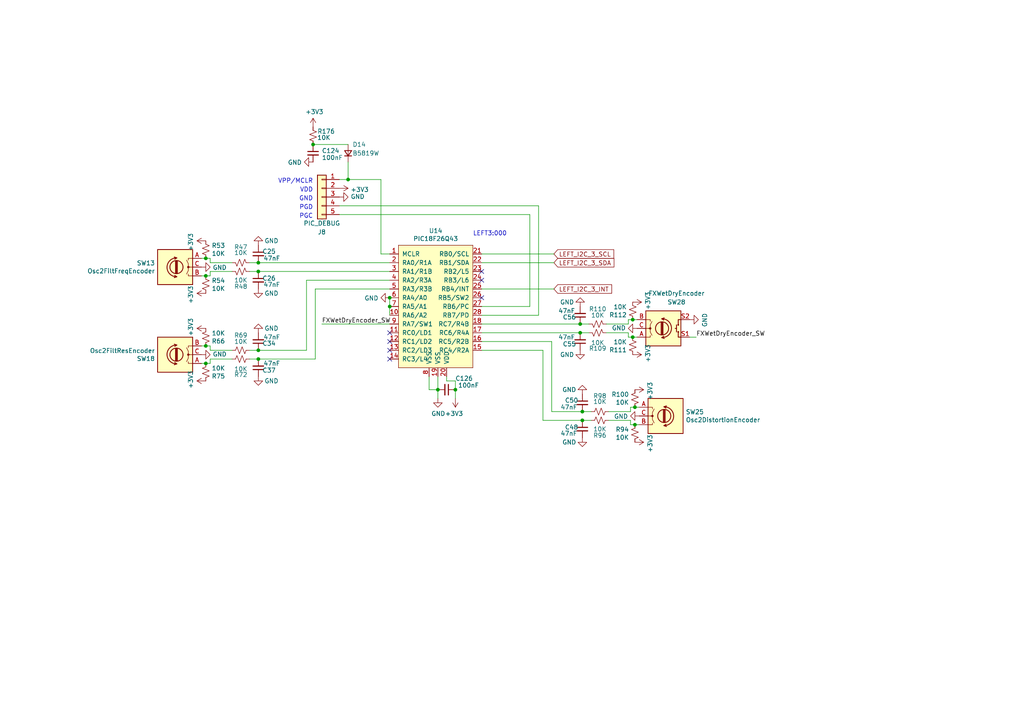
<source format=kicad_sch>
(kicad_sch (version 20210621) (generator eeschema)
  (paper "A4")
  (lib_symbols
    (symbol "Connector_Generic:Conn_01x05" (pin_names (offset 1.016) hide)
      (property "Reference" "J" (at 0 7.62 0))
      (property "Value" "Conn_01x05" (at 0 -7.62 0))
      (symbol "Conn_01x05_1_1"
        (rectangle (start -1.27 -4.953) (end 0 -5.207) (stroke (width 0.1524)))
        (rectangle (start -1.27 -2.413) (end 0 -2.667) (stroke (width 0.1524)))
        (rectangle (start -1.27 0.127) (end 0 -0.127) (stroke (width 0.1524)))
        (rectangle (start -1.27 2.667) (end 0 2.413) (stroke (width 0.1524)))
        (rectangle (start -1.27 5.207) (end 0 4.953) (stroke (width 0.1524)))
        (rectangle (start -1.27 6.35) (end 1.27 -6.35) (stroke (width 0.254)) (fill (type background)))
        (pin passive line (at -5.08 5.08 0) (length 3.81) (name "Pin_1") (number "1"))
        (pin passive line (at -5.08 2.54 0) (length 3.81) (name "Pin_2") (number "2"))
        (pin passive line (at -5.08 0 0) (length 3.81) (name "Pin_3") (number "3"))
        (pin passive line (at -5.08 -2.54 0) (length 3.81) (name "Pin_4") (number "4"))
        (pin passive line (at -5.08 -5.08 0) (length 3.81) (name "Pin_5") (number "5"))
      )
    )
    (symbol "Device:C_Small" (pin_numbers hide) (pin_names (offset 0.254) hide)
      (property "Reference" "C" (at 0.254 1.778 0))
      (property "Value" "C_Small" (at 0.254 -2.032 0))
      (symbol "C_Small_0_1"
        (polyline (pts (xy -1.524 -0.508) (xy 1.524 -0.508)) (stroke (width 0.3302)))
        (polyline (pts (xy -1.524 0.508) (xy 1.524 0.508)) (stroke (width 0.3048)))
      )
      (symbol "C_Small_1_1"
        (pin passive line (at 0 2.54 270) (length 2.032) (name "~") (number "1"))
        (pin passive line (at 0 -2.54 90) (length 2.032) (name "~") (number "2"))
      )
    )
    (symbol "Device:D_Small" (pin_numbers hide) (pin_names (offset 0.254) hide)
      (property "Reference" "D" (at -1.27 2.032 0))
      (property "Value" "D_Small" (at -3.81 -2.032 0))
      (symbol "D_Small_0_1"
        (polyline (pts (xy -0.762 -1.016) (xy -0.762 1.016)) (stroke (width 0.254)))
        (polyline (pts (xy -0.762 0) (xy 0.762 0)))
        (polyline (pts (xy 0.762 -1.016) (xy -0.762 0) (xy 0.762 1.016) (xy 0.762 -1.016)) (stroke (width 0.254)))
      )
      (symbol "D_Small_1_1"
        (pin passive line (at -2.54 0 0) (length 1.778) (name "K") (number "1"))
        (pin passive line (at 2.54 0 180) (length 1.778) (name "A") (number "2"))
      )
    )
    (symbol "Device:R_Small_US" (pin_numbers hide) (pin_names (offset 0.254) hide)
      (property "Reference" "R" (at 0.762 0.508 0))
      (property "Value" "R_Small_US" (at 0.762 -1.016 0))
      (symbol "R_Small_US_1_1"
        (polyline (pts (xy 0 0) (xy 1.016 -0.381) (xy 0 -0.762) (xy -1.016 -1.143) (xy 0 -1.524)))
        (polyline (pts (xy 0 1.524) (xy 1.016 1.143) (xy 0 0.762) (xy -1.016 0.381) (xy 0 0)))
        (pin passive line (at 0 2.54 270) (length 1.016) (name "~") (number "1"))
        (pin passive line (at 0 -2.54 90) (length 1.016) (name "~") (number "2"))
      )
    )
    (symbol "Device:RotaryEncoder" (pin_names (offset 0.254) hide)
      (property "Reference" "SW" (at 0 6.604 0))
      (property "Value" "RotaryEncoder" (at 0 -6.604 0))
      (symbol "RotaryEncoder_0_1"
        (arc (start -0.381 -2.794) (end -0.381 2.667) (radius (at -0.381 -0.0508) (length 2.7432) (angles -89.9 89.9)) (stroke (width 0.254)))
        (circle (center -0.381 0) (radius 1.905) (stroke (width 0.254)))
        (circle (center -3.81 0) (radius 0.254) (fill (type outline)))
        (rectangle (start -5.08 5.08) (end 5.08 -5.08) (stroke (width 0.254)) (fill (type background)))
        (polyline (pts (xy -0.635 -1.778) (xy -0.635 1.778)) (stroke (width 0.254)))
        (polyline (pts (xy -0.381 -1.778) (xy -0.381 1.778)) (stroke (width 0.254)))
        (polyline (pts (xy -0.127 1.778) (xy -0.127 -1.778)) (stroke (width 0.254)))
        (polyline (pts (xy -5.08 -2.54) (xy -3.81 -2.54) (xy -3.81 -2.032)))
        (polyline (pts (xy -5.08 2.54) (xy -3.81 2.54) (xy -3.81 2.032)))
        (polyline (pts (xy 0.254 -3.048) (xy -0.508 -2.794) (xy 0.127 -2.413)) (stroke (width 0.254)))
        (polyline (pts (xy 0.254 2.921) (xy -0.508 2.667) (xy 0.127 2.286)) (stroke (width 0.254)))
        (polyline (pts (xy -5.08 0) (xy -3.81 0) (xy -3.81 -1.016) (xy -3.302 -2.032)))
        (polyline (pts (xy -4.318 0) (xy -3.81 0) (xy -3.81 1.016) (xy -3.302 2.032)))
      )
      (symbol "RotaryEncoder_1_1"
        (pin passive line (at -7.62 2.54 0) (length 2.54) (name "A") (number "A"))
        (pin passive line (at -7.62 -2.54 0) (length 2.54) (name "B") (number "B"))
        (pin passive line (at -7.62 0 0) (length 2.54) (name "C") (number "C"))
      )
    )
    (symbol "Device:RotaryEncoder_Switch" (pin_names (offset 0.254) hide)
      (property "Reference" "SW" (at 0 6.604 0))
      (property "Value" "RotaryEncoder_Switch" (at 0 -6.604 0))
      (symbol "RotaryEncoder_Switch_0_1"
        (arc (start -0.381 -2.794) (end -0.381 2.667) (radius (at -0.381 -0.0508) (length 2.7432) (angles -89.9 89.9)) (stroke (width 0.254)))
        (circle (center -0.381 0) (radius 1.905) (stroke (width 0.254)))
        (circle (center 4.318 -1.016) (radius 0.127) (stroke (width 0.254)))
        (circle (center 4.318 1.016) (radius 0.127) (stroke (width 0.254)))
        (circle (center -3.81 0) (radius 0.254) (fill (type outline)))
        (rectangle (start -5.08 5.08) (end 5.08 -5.08) (stroke (width 0.254)) (fill (type background)))
        (polyline (pts (xy -0.635 -1.778) (xy -0.635 1.778)) (stroke (width 0.254)))
        (polyline (pts (xy -0.381 -1.778) (xy -0.381 1.778)) (stroke (width 0.254)))
        (polyline (pts (xy -0.127 1.778) (xy -0.127 -1.778)) (stroke (width 0.254)))
        (polyline (pts (xy 3.81 0) (xy 3.429 0)) (stroke (width 0.254)))
        (polyline (pts (xy 3.81 1.016) (xy 3.81 -1.016)) (stroke (width 0.254)))
        (polyline (pts (xy -5.08 -2.54) (xy -3.81 -2.54) (xy -3.81 -2.032)))
        (polyline (pts (xy -5.08 2.54) (xy -3.81 2.54) (xy -3.81 2.032)))
        (polyline (pts (xy 0.254 -3.048) (xy -0.508 -2.794) (xy 0.127 -2.413)) (stroke (width 0.254)))
        (polyline (pts (xy 0.254 2.921) (xy -0.508 2.667) (xy 0.127 2.286)) (stroke (width 0.254)))
        (polyline (pts (xy 5.08 -2.54) (xy 4.318 -2.54) (xy 4.318 -1.016)) (stroke (width 0.254)))
        (polyline (pts (xy 5.08 2.54) (xy 4.318 2.54) (xy 4.318 1.016)) (stroke (width 0.254)))
        (polyline (pts (xy -5.08 0) (xy -3.81 0) (xy -3.81 -1.016) (xy -3.302 -2.032)))
        (polyline (pts (xy -4.318 0) (xy -3.81 0) (xy -3.81 1.016) (xy -3.302 2.032)))
      )
      (symbol "RotaryEncoder_Switch_1_1"
        (pin passive line (at -7.62 2.54 0) (length 2.54) (name "A") (number "A"))
        (pin passive line (at -7.62 -2.54 0) (length 2.54) (name "B") (number "B"))
        (pin passive line (at -7.62 0 0) (length 2.54) (name "C") (number "C"))
        (pin passive line (at 7.62 2.54 180) (length 2.54) (name "S1") (number "S1"))
        (pin passive line (at 7.62 -2.54 180) (length 2.54) (name "S2") (number "S2"))
      )
    )
    (symbol "PIC18F26Q43:PIC18F26Q43" (pin_names (offset 1.016))
      (property "Reference" "U" (at -6.35 -1.27 0))
      (property "Value" "PIC18F26Q43" (at -6.35 -3.81 0))
      (symbol "PIC18F26Q43_0_1"
        (rectangle (start -17.78 -6.35) (end 3.81 -41.91) (fill (type background)))
      )
      (symbol "PIC18F26Q43_1_1"
        (pin input line (at -20.32 -8.89 0) (length 2.54) (name "MCLR") (number "1"))
        (pin input line (at -20.32 -26.67 0) (length 2.54) (name "RA6/A2") (number "10"))
        (pin output line (at -20.32 -31.75 0) (length 2.54) (name "RC0/LD1") (number "11"))
        (pin output line (at -20.32 -34.29 0) (length 2.54) (name "RC1/LD2") (number "12"))
        (pin output line (at -20.32 -36.83 0) (length 2.54) (name "RC2/LD3") (number "13"))
        (pin output line (at -20.32 -39.37 0) (length 2.54) (name "RC3/L4") (number "14"))
        (pin input line (at 6.35 -36.83 180) (length 2.54) (name "RC4/R2A") (number "15"))
        (pin input line (at 6.35 -34.29 180) (length 2.54) (name "RC5/R2B") (number "16"))
        (pin input line (at 6.35 -31.75 180) (length 2.54) (name "RC6/R4A") (number "17"))
        (pin input line (at 6.35 -29.21 180) (length 2.54) (name "RC7/R4B") (number "18"))
        (pin power_in line (at -6.35 -44.45 90) (length 2.54) (name "VSS") (number "19"))
        (pin input line (at -20.32 -11.43 0) (length 2.54) (name "RA0/R1A") (number "2"))
        (pin power_in line (at -3.81 -44.45 90) (length 2.54) (name "VDD") (number "20"))
        (pin input line (at 6.35 -8.89 180) (length 2.54) (name "RB0/SCL") (number "21"))
        (pin bidirectional line (at 6.35 -11.43 180) (length 2.54) (name "RB1/SDA") (number "22"))
        (pin output line (at 6.35 -13.97 180) (length 2.54) (name "RB2/L5") (number "23"))
        (pin output line (at 6.35 -16.51 180) (length 2.54) (name "RB3/L6") (number "24"))
        (pin bidirectional line (at 6.35 -19.05 180) (length 2.54) (name "RB4/INT") (number "25"))
        (pin output line (at 6.35 -21.59 180) (length 2.54) (name "RB5/SW2") (number "26"))
        (pin input line (at 6.35 -24.13 180) (length 2.54) (name "RB6/PC") (number "27"))
        (pin input line (at 6.35 -26.67 180) (length 2.54) (name "RB7/PD") (number "28"))
        (pin input line (at -20.32 -13.97 0) (length 2.54) (name "RA1/R1B") (number "3"))
        (pin input line (at -20.32 -16.51 0) (length 2.54) (name "RA2/R3A") (number "4"))
        (pin input line (at -20.32 -19.05 0) (length 2.54) (name "RA3/R3B") (number "5"))
        (pin input line (at -20.32 -21.59 0) (length 2.54) (name "RA4/A0") (number "6"))
        (pin input line (at -20.32 -24.13 0) (length 2.54) (name "RA5/A1") (number "7"))
        (pin power_in line (at -8.89 -44.45 90) (length 2.54) (name "VSS") (number "8"))
        (pin input line (at -20.32 -29.21 0) (length 2.54) (name "RA7/SW1") (number "9"))
      )
    )
    (symbol "power:+3.3V" (power) (pin_names (offset 0))
      (property "Value" "+3.3V" (at 0 3.556 0))
      (symbol "+3.3V_0_1"
        (polyline (pts (xy -0.762 1.27) (xy 0 2.54)))
        (polyline (pts (xy 0 0) (xy 0 2.54)))
        (polyline (pts (xy 0 2.54) (xy 0.762 1.27)))
      )
      (symbol "+3.3V_1_1"
        (pin power_in line (at 0 0 90) (length 0) hide (name "+3V3") (number "1"))
      )
    )
    (symbol "power:GND" (power) (pin_names (offset 0))
      (property "Value" "GND" (at 0 -3.81 0))
      (symbol "GND_0_1"
        (polyline (pts (xy 0 0) (xy 0 -1.27) (xy 1.27 -1.27) (xy 0 -2.54) (xy -1.27 -1.27) (xy 0 -1.27)))
      )
      (symbol "GND_1_1"
        (pin power_in line (at 0 0 270) (length 0) hide (name "GND") (number "1"))
      )
    )
  )
  (junction (at 59.69 74.93))
  (junction (at 59.69 80.01))
  (junction (at 59.69 100.33))
  (junction (at 59.69 105.41))
  (junction (at 74.93 76.2))
  (junction (at 74.93 78.74))
  (junction (at 74.93 101.6))
  (junction (at 74.93 104.14))
  (junction (at 90.805 41.91))
  (junction (at 100.965 52.07))
  (junction (at 113.03 86.36))
  (junction (at 113.03 88.9))
  (junction (at 127 113.03))
  (junction (at 132.08 113.03))
  (junction (at 168.275 93.98))
  (junction (at 168.275 96.52))
  (junction (at 168.91 119.38))
  (junction (at 168.91 121.92))
  (junction (at 183.515 92.71))
  (junction (at 183.515 97.79))
  (junction (at 184.15 118.11))
  (junction (at 184.15 123.19))
  (no_connect (at 113.03 96.52))
  (no_connect (at 113.03 99.06))
  (no_connect (at 113.03 101.6))
  (no_connect (at 113.03 104.14))
  (no_connect (at 139.7 78.74))
  (no_connect (at 139.7 81.28))
  (no_connect (at 139.7 86.36))
  (wire (pts (xy 59.69 74.93) (xy 58.42 74.93)))
  (wire (pts (xy 59.69 80.01) (xy 58.42 80.01)))
  (wire (pts (xy 59.69 100.33) (xy 58.42 100.33)))
  (wire (pts (xy 59.69 105.41) (xy 58.42 105.41)))
  (wire (pts (xy 60.96 74.93) (xy 59.69 74.93)))
  (wire (pts (xy 60.96 74.93) (xy 60.96 76.2)))
  (wire (pts (xy 60.96 78.74) (xy 60.96 80.01)))
  (wire (pts (xy 60.96 80.01) (xy 59.69 80.01)))
  (wire (pts (xy 60.96 100.33) (xy 59.69 100.33)))
  (wire (pts (xy 60.96 101.6) (xy 60.96 100.33)))
  (wire (pts (xy 60.96 105.41) (xy 59.69 105.41)))
  (wire (pts (xy 60.96 105.41) (xy 60.96 104.14)))
  (wire (pts (xy 67.31 76.2) (xy 60.96 76.2)))
  (wire (pts (xy 67.31 78.74) (xy 60.96 78.74)))
  (wire (pts (xy 67.31 101.6) (xy 60.96 101.6)))
  (wire (pts (xy 67.31 104.14) (xy 60.96 104.14)))
  (wire (pts (xy 72.39 76.2) (xy 74.93 76.2)))
  (wire (pts (xy 72.39 78.74) (xy 74.93 78.74)))
  (wire (pts (xy 72.39 101.6) (xy 74.93 101.6)))
  (wire (pts (xy 72.39 104.14) (xy 74.93 104.14)))
  (wire (pts (xy 74.93 76.2) (xy 113.03 76.2)))
  (wire (pts (xy 74.93 78.74) (xy 113.03 78.74)))
  (wire (pts (xy 74.93 101.6) (xy 88.9 101.6)))
  (wire (pts (xy 74.93 104.14) (xy 91.44 104.14)))
  (wire (pts (xy 88.9 81.28) (xy 88.9 101.6)))
  (wire (pts (xy 90.805 41.91) (xy 100.965 41.91)))
  (wire (pts (xy 91.44 83.82) (xy 91.44 104.14)))
  (wire (pts (xy 91.44 83.82) (xy 113.03 83.82)))
  (wire (pts (xy 93.345 93.98) (xy 113.03 93.98)))
  (wire (pts (xy 98.425 52.07) (xy 100.965 52.07)))
  (wire (pts (xy 98.425 62.23) (xy 153.67 62.23)))
  (wire (pts (xy 100.965 52.07) (xy 100.965 46.99)))
  (wire (pts (xy 100.965 52.07) (xy 110.49 52.07)))
  (wire (pts (xy 110.49 52.07) (xy 110.49 73.66)))
  (wire (pts (xy 113.03 73.66) (xy 110.49 73.66)))
  (wire (pts (xy 113.03 81.28) (xy 88.9 81.28)))
  (wire (pts (xy 113.03 86.36) (xy 113.03 88.9)))
  (wire (pts (xy 113.03 88.9) (xy 113.03 91.44)))
  (wire (pts (xy 124.46 109.22) (xy 124.46 113.03)))
  (wire (pts (xy 124.46 113.03) (xy 127 113.03)))
  (wire (pts (xy 127 109.22) (xy 127 113.03)))
  (wire (pts (xy 127 113.03) (xy 127 115.57)))
  (wire (pts (xy 129.54 109.22) (xy 129.54 110.49)))
  (wire (pts (xy 132.08 110.49) (xy 129.54 110.49)))
  (wire (pts (xy 132.08 110.49) (xy 132.08 113.03)))
  (wire (pts (xy 132.08 115.57) (xy 132.08 113.03)))
  (wire (pts (xy 139.7 91.44) (xy 156.21 91.44)))
  (wire (pts (xy 139.7 93.98) (xy 168.275 93.98)))
  (wire (pts (xy 139.7 96.52) (xy 168.275 96.52)))
  (wire (pts (xy 139.7 101.6) (xy 157.48 101.6)))
  (wire (pts (xy 153.67 62.23) (xy 153.67 88.9)))
  (wire (pts (xy 153.67 88.9) (xy 139.7 88.9)))
  (wire (pts (xy 156.21 59.69) (xy 98.425 59.69)))
  (wire (pts (xy 156.21 91.44) (xy 156.21 59.69)))
  (wire (pts (xy 157.48 101.6) (xy 157.48 121.92)))
  (wire (pts (xy 157.48 121.92) (xy 168.91 121.92)))
  (wire (pts (xy 160.02 99.06) (xy 139.7 99.06)))
  (wire (pts (xy 160.02 99.06) (xy 160.02 119.38)))
  (wire (pts (xy 160.02 119.38) (xy 168.91 119.38)))
  (wire (pts (xy 160.655 73.66) (xy 139.7 73.66)))
  (wire (pts (xy 160.655 76.2) (xy 139.7 76.2)))
  (wire (pts (xy 160.655 83.82) (xy 139.7 83.82)))
  (wire (pts (xy 170.815 93.98) (xy 168.275 93.98)))
  (wire (pts (xy 170.815 96.52) (xy 168.275 96.52)))
  (wire (pts (xy 171.45 119.38) (xy 168.91 119.38)))
  (wire (pts (xy 171.45 121.92) (xy 168.91 121.92)))
  (wire (pts (xy 175.895 93.98) (xy 182.245 93.98)))
  (wire (pts (xy 175.895 96.52) (xy 182.245 96.52)))
  (wire (pts (xy 176.53 119.38) (xy 182.88 119.38)))
  (wire (pts (xy 176.53 121.92) (xy 182.88 121.92)))
  (wire (pts (xy 182.245 92.71) (xy 183.515 92.71)))
  (wire (pts (xy 182.245 93.98) (xy 182.245 92.71)))
  (wire (pts (xy 182.245 97.79) (xy 182.245 96.52)))
  (wire (pts (xy 182.245 97.79) (xy 183.515 97.79)))
  (wire (pts (xy 182.88 118.11) (xy 182.88 119.38)))
  (wire (pts (xy 182.88 118.11) (xy 184.15 118.11)))
  (wire (pts (xy 182.88 121.92) (xy 182.88 123.19)))
  (wire (pts (xy 182.88 123.19) (xy 184.15 123.19)))
  (wire (pts (xy 183.515 92.71) (xy 184.785 92.71)))
  (wire (pts (xy 183.515 97.79) (xy 184.785 97.79)))
  (wire (pts (xy 184.15 118.11) (xy 185.42 118.11)))
  (wire (pts (xy 184.15 123.19) (xy 185.42 123.19)))
  (wire (pts (xy 200.025 97.79) (xy 201.93 97.79)))
  (text "VPP/MCLR" (at 90.805 53.34 180) (effects (font (size 1.27 1.27)) (justify right bottom)))
  (text "VDD" (at 90.805 55.88 180) (effects (font (size 1.27 1.27)) (justify right bottom)))
  (text "GND" (at 90.805 58.42 180) (effects (font (size 1.27 1.27)) (justify right bottom)))
  (text "PGD" (at 90.805 60.96 180) (effects (font (size 1.27 1.27)) (justify right bottom)))
  (text "PGC" (at 90.805 63.5 180) (effects (font (size 1.27 1.27)) (justify right bottom)))
  (text "LEFT3:000" (at 137.16 68.58 0) (effects (font (size 1.27 1.27)) (justify left bottom)))
  (label "FXWetDryEncoder_SW" (at 93.345 93.98 0))
  (label "FXWetDryEncoder_SW" (at 201.93 97.79 0))
  (global_label "LEFT_I2C_3_SCL" (shape input) (at 160.655 73.66 0) (property "Intersheet References" "${INTERSHEET_REFS}" (effects hide)))
  (global_label "LEFT_I2C_3_SDA" (shape input) (at 160.655 76.2 0) (property "Intersheet References" "${INTERSHEET_REFS}" (effects hide)))
  (global_label "LEFT_I2C_3_INT" (shape input) (at 160.655 83.82 0) (property "Intersheet References" "${INTERSHEET_REFS}" (effects hide)))
  (symbol (lib_id "power:+3.3V") (at 59.69 69.85 90) (mirror x) (unit 1)
    (property "Reference" "#PWR0248" (effects hide))
    (property "Value" "+3.3V" (at 55.2958 70.231 0))
  )
  (symbol (lib_id "power:+3.3V") (at 59.69 85.09 90) (mirror x) (unit 1)
    (property "Reference" "#PWR0245" (effects hide))
    (property "Value" "+3.3V" (at 55.2958 85.471 0))
  )
  (symbol (lib_id "power:+3.3V") (at 59.69 95.25 90) (unit 1)
    (property "Reference" "#PWR0250" (effects hide))
    (property "Value" "+3.3V" (at 55.2958 94.869 0))
  )
  (symbol (lib_id "power:+3.3V") (at 59.69 110.49 90) (unit 1)
    (property "Reference" "#PWR0253" (effects hide))
    (property "Value" "+3.3V" (at 55.2958 110.109 0))
  )
  (symbol (lib_id "power:+3.3V") (at 90.805 36.83 0) (unit 1)
    (property "Reference" "#PWR0241" (effects hide))
    (property "Value" "+3.3V" (at 91.186 32.4358 0))
  )
  (symbol (lib_id "power:+3.3V") (at 98.425 54.61 270) (unit 1)
    (property "Reference" "#PWR0242" (effects hide))
    (property "Value" "+3.3V" (at 101.6762 54.991 90) (effects (justify left)))
  )
  (symbol (lib_id "power:+3.3V") (at 132.08 115.57 180) (unit 1)
    (property "Reference" "#PWR0244" (effects hide))
    (property "Value" "+3.3V" (at 131.699 119.9642 0))
  )
  (symbol (lib_id "power:+3.3V") (at 183.515 87.63 270) (mirror x) (unit 1)
    (property "Reference" "#PWR0260" (effects hide))
    (property "Value" "+3.3V" (at 187.9092 87.249 0))
  )
  (symbol (lib_id "power:+3.3V") (at 183.515 102.87 270) (mirror x) (unit 1)
    (property "Reference" "#PWR0258" (effects hide))
    (property "Value" "+3.3V" (at 187.9092 102.489 0))
  )
  (symbol (lib_id "power:+3.3V") (at 184.15 113.03 270) (unit 1)
    (property "Reference" "#PWR0257" (effects hide))
    (property "Value" "+3.3V" (at 188.5442 113.411 0))
  )
  (symbol (lib_id "power:+3.3V") (at 184.15 128.27 270) (unit 1)
    (property "Reference" "#PWR0255" (effects hide))
    (property "Value" "+3.3V" (at 188.5442 128.651 0))
  )
  (symbol (lib_id "power:GND") (at 58.42 77.47 90) (mirror x) (unit 1)
    (property "Reference" "#PWR0118" (effects hide))
    (property "Value" "GND" (at 61.6712 77.597 90) (effects (justify right)))
  )
  (symbol (lib_id "power:GND") (at 58.42 102.87 90) (unit 1)
    (property "Reference" "#PWR0135" (effects hide))
    (property "Value" "GND" (at 61.6712 102.743 90) (effects (justify right)))
  )
  (symbol (lib_id "power:GND") (at 74.93 71.12 0) (mirror x) (unit 1)
    (property "Reference" "#PWR0107" (effects hide))
    (property "Value" "GND" (at 78.74 69.85 0))
  )
  (symbol (lib_id "power:GND") (at 74.93 83.82 0) (mirror y) (unit 1)
    (property "Reference" "#PWR0108" (effects hide))
    (property "Value" "GND" (at 78.74 85.09 0))
  )
  (symbol (lib_id "power:GND") (at 74.93 96.52 180) (unit 1)
    (property "Reference" "#PWR0131" (effects hide))
    (property "Value" "GND" (at 78.74 95.25 0))
  )
  (symbol (lib_id "power:GND") (at 74.93 109.22 0) (unit 1)
    (property "Reference" "#PWR0138" (effects hide))
    (property "Value" "GND" (at 78.74 110.49 0))
  )
  (symbol (lib_id "power:GND") (at 90.805 46.99 270) (unit 1)
    (property "Reference" "#PWR0337" (effects hide))
    (property "Value" "GND" (at 87.5538 47.117 90) (effects (justify right)))
  )
  (symbol (lib_id "power:GND") (at 98.425 57.15 90) (unit 1)
    (property "Reference" "#PWR0335" (effects hide))
    (property "Value" "GND" (at 101.6762 57.023 90) (effects (justify right)))
  )
  (symbol (lib_id "power:GND") (at 113.03 86.36 270) (unit 1)
    (property "Reference" "#PWR0909" (effects hide))
    (property "Value" "GND" (at 109.7788 86.487 90) (effects (justify right)))
  )
  (symbol (lib_id "power:GND") (at 127 115.57 0) (unit 1)
    (property "Reference" "#PWR0267" (effects hide))
    (property "Value" "GND" (at 127.127 119.9642 0))
  )
  (symbol (lib_id "power:GND") (at 168.275 88.9 0) (mirror x) (unit 1)
    (property "Reference" "#PWR0179" (effects hide))
    (property "Value" "GND" (at 164.465 87.63 0))
  )
  (symbol (lib_id "power:GND") (at 168.275 101.6 0) (mirror y) (unit 1)
    (property "Reference" "#PWR0178" (effects hide))
    (property "Value" "GND" (at 164.465 102.87 0))
  )
  (symbol (lib_id "power:GND") (at 168.91 114.3 180) (unit 1)
    (property "Reference" "#PWR0167" (effects hide))
    (property "Value" "GND" (at 165.1 113.03 0))
  )
  (symbol (lib_id "power:GND") (at 168.91 127 0) (unit 1)
    (property "Reference" "#PWR0163" (effects hide))
    (property "Value" "GND" (at 165.1 128.27 0))
  )
  (symbol (lib_id "power:GND") (at 184.785 95.25 270) (mirror x) (unit 1)
    (property "Reference" "#PWR0182" (effects hide))
    (property "Value" "GND" (at 181.5338 95.123 90) (effects (justify right)))
  )
  (symbol (lib_id "power:GND") (at 185.42 120.65 270) (unit 1)
    (property "Reference" "#PWR0165" (effects hide))
    (property "Value" "GND" (at 182.1688 120.777 90) (effects (justify right)))
  )
  (symbol (lib_id "power:GND") (at 200.025 92.71 90) (mirror x) (unit 1)
    (property "Reference" "#PWR0247" (effects hide))
    (property "Value" "GND" (at 204.4192 92.837 0))
  )
  (symbol (lib_id "Device:R_Small_US") (at 59.69 72.39 180) (unit 1)
    (property "Reference" "R53" (at 61.3918 71.2216 0) (effects (justify right)))
    (property "Value" "10K" (at 61.3918 73.533 0) (effects (justify right)))
    (property "Footprint" "Resistor_SMD:R_0402_1005Metric" (effects hide))
    (property "LCSC" "C25744" (effects hide))
  )
  (symbol (lib_id "Device:R_Small_US") (at 59.69 82.55 180) (unit 1)
    (property "Reference" "R54" (at 61.3918 81.3816 0) (effects (justify right)))
    (property "Value" "10K" (at 61.3918 83.693 0) (effects (justify right)))
    (property "Footprint" "Resistor_SMD:R_0402_1005Metric" (effects hide))
    (property "LCSC" "C25744" (effects hide))
  )
  (symbol (lib_id "Device:R_Small_US") (at 59.69 97.79 0) (mirror y) (unit 1)
    (property "Reference" "R66" (at 61.3918 98.9584 0) (effects (justify right)))
    (property "Value" "10K" (at 61.3918 96.647 0) (effects (justify right)))
    (property "Footprint" "Resistor_SMD:R_0402_1005Metric" (effects hide))
    (property "LCSC" "C25744" (effects hide))
  )
  (symbol (lib_id "Device:R_Small_US") (at 59.69 107.95 0) (mirror y) (unit 1)
    (property "Reference" "R75" (at 61.3918 109.1184 0) (effects (justify right)))
    (property "Value" "10K" (at 61.3918 106.807 0) (effects (justify right)))
    (property "Footprint" "Resistor_SMD:R_0402_1005Metric" (effects hide))
    (property "LCSC" "C25744" (effects hide))
  )
  (symbol (lib_id "Device:R_Small_US") (at 69.85 76.2 90) (mirror x) (unit 1)
    (property "Reference" "R47" (at 69.85 72.39 90) (effects (justify bottom)))
    (property "Value" "10K" (at 69.85 73.3044 90))
    (property "Footprint" "Resistor_SMD:R_0402_1005Metric" (effects hide))
    (property "LCSC" "C25744" (effects hide))
  )
  (symbol (lib_id "Device:R_Small_US") (at 69.85 78.74 270) (mirror x) (unit 1)
    (property "Reference" "R48" (at 69.85 83.82 90) (effects (justify top)))
    (property "Value" "10K" (at 69.85 81.28 90))
    (property "Footprint" "Resistor_SMD:R_0402_1005Metric" (effects hide))
    (property "LCSC" "C25744" (effects hide))
  )
  (symbol (lib_id "Device:R_Small_US") (at 69.85 101.6 270) (unit 1)
    (property "Reference" "R69" (at 69.85 96.52 90) (effects (justify top)))
    (property "Value" "10K" (at 69.85 99.06 90))
    (property "Footprint" "Resistor_SMD:R_0402_1005Metric" (effects hide))
    (property "LCSC" "C25744" (effects hide))
  )
  (symbol (lib_id "Device:R_Small_US") (at 69.85 104.14 90) (unit 1)
    (property "Reference" "R72" (at 69.85 107.95 90) (effects (justify bottom)))
    (property "Value" "10K" (at 69.85 107.0356 90))
    (property "Footprint" "Resistor_SMD:R_0402_1005Metric" (effects hide))
    (property "LCSC" "C25744" (effects hide))
  )
  (symbol (lib_id "Device:R_Small_US") (at 90.805 39.37 180) (unit 1)
    (property "Reference" "R176" (at 97.155 38.1 0) (effects (justify left)))
    (property "Value" "10K" (at 95.885 40.64 0) (effects (justify left top)))
    (property "Footprint" "Resistor_SMD:R_0603_1608Metric" (effects hide))
    (property "LCSC" "C25804" (effects hide))
  )
  (symbol (lib_id "Device:R_Small_US") (at 173.355 93.98 90) (mirror x) (unit 1)
    (property "Reference" "R110" (at 173.355 88.9 90) (effects (justify top)))
    (property "Value" "10K" (at 173.355 91.44 90))
    (property "Footprint" "Resistor_SMD:R_0402_1005Metric" (effects hide))
    (property "LCSC" "C25744" (effects hide))
  )
  (symbol (lib_id "Device:R_Small_US") (at 173.355 96.52 270) (mirror x) (unit 1)
    (property "Reference" "R109" (at 173.355 100.33 90) (effects (justify bottom)))
    (property "Value" "10K" (at 173.355 99.4156 90))
    (property "Footprint" "Resistor_SMD:R_0402_1005Metric" (effects hide))
    (property "LCSC" "C25744" (effects hide))
  )
  (symbol (lib_id "Device:R_Small_US") (at 173.99 119.38 270) (unit 1)
    (property "Reference" "R98" (at 173.99 115.57 90) (effects (justify bottom)))
    (property "Value" "10K" (at 173.99 116.4844 90))
    (property "Footprint" "Resistor_SMD:R_0402_1005Metric" (effects hide))
    (property "LCSC" "C25744" (effects hide))
  )
  (symbol (lib_id "Device:R_Small_US") (at 173.99 121.92 90) (unit 1)
    (property "Reference" "R96" (at 173.99 127 90) (effects (justify top)))
    (property "Value" "10K" (at 173.99 124.46 90))
    (property "Footprint" "Resistor_SMD:R_0402_1005Metric" (effects hide))
    (property "LCSC" "C25744" (effects hide))
  )
  (symbol (lib_id "Device:R_Small_US") (at 183.515 90.17 0) (unit 1)
    (property "Reference" "R112" (at 181.8132 91.3384 0) (effects (justify right)))
    (property "Value" "10K" (at 181.8132 89.027 0) (effects (justify right)))
    (property "Footprint" "Resistor_SMD:R_0402_1005Metric" (effects hide))
    (property "LCSC" "C25744" (effects hide))
  )
  (symbol (lib_id "Device:R_Small_US") (at 183.515 100.33 0) (unit 1)
    (property "Reference" "R111" (at 181.8132 101.4984 0) (effects (justify right)))
    (property "Value" "10K" (at 181.8132 99.187 0) (effects (justify right)))
    (property "Footprint" "Resistor_SMD:R_0402_1005Metric" (effects hide))
    (property "LCSC" "C25744" (effects hide))
  )
  (symbol (lib_id "Device:R_Small_US") (at 184.15 115.57 0) (mirror x) (unit 1)
    (property "Reference" "R100" (at 182.4482 114.4016 0) (effects (justify right)))
    (property "Value" "10K" (at 182.4482 116.713 0) (effects (justify right)))
    (property "Footprint" "Resistor_SMD:R_0402_1005Metric" (effects hide))
    (property "LCSC" "C25744" (effects hide))
  )
  (symbol (lib_id "Device:R_Small_US") (at 184.15 125.73 0) (mirror x) (unit 1)
    (property "Reference" "R94" (at 182.4482 124.5616 0) (effects (justify right)))
    (property "Value" "10K" (at 182.4482 126.873 0) (effects (justify right)))
    (property "Footprint" "Resistor_SMD:R_0402_1005Metric" (effects hide))
    (property "LCSC" "C25744" (effects hide))
  )
  (symbol (lib_id "Device:D_Small") (at 100.965 44.45 90) (unit 1)
    (property "Reference" "D14" (at 102.235 41.91 90) (effects (justify right)))
    (property "Value" "B5819W" (at 102.235 44.45 90) (effects (justify right)))
    (property "Footprint" "Diode_SMD:D_SOD-123" (effects hide))
    (property "LCSC" "C8598" (effects hide))
  )
  (symbol (lib_id "Device:C_Small") (at 74.93 73.66 0) (unit 1)
    (property "Reference" "C25" (at 80.01 73.66 0) (effects (justify right bottom)))
    (property "Value" "47nF" (at 81.28 74.93 0) (effects (justify right)))
    (property "Footprint" "Capacitor_SMD:C_0603_1608Metric" (effects hide))
    (property "LCSC" "C1622" (effects hide))
  )
  (symbol (lib_id "Device:C_Small") (at 74.93 81.28 0) (unit 1)
    (property "Reference" "C26" (at 80.01 80.01 0) (effects (justify right top)))
    (property "Value" "47nF" (at 81.28 82.55 0) (effects (justify right)))
    (property "Footprint" "Capacitor_SMD:C_0603_1608Metric" (effects hide))
    (property "LCSC" "C1622" (effects hide))
  )
  (symbol (lib_id "Device:C_Small") (at 74.93 99.06 0) (mirror x) (unit 1)
    (property "Reference" "C34" (at 80.01 100.33 0) (effects (justify right top)))
    (property "Value" "47nF" (at 81.28 97.79 0) (effects (justify right)))
    (property "Footprint" "Capacitor_SMD:C_0603_1608Metric" (effects hide))
    (property "LCSC" "C1622" (effects hide))
  )
  (symbol (lib_id "Device:C_Small") (at 74.93 106.68 0) (mirror x) (unit 1)
    (property "Reference" "C37" (at 80.01 106.68 0) (effects (justify right bottom)))
    (property "Value" "47nF" (at 81.28 105.41 0) (effects (justify right)))
    (property "Footprint" "Capacitor_SMD:C_0603_1608Metric" (effects hide))
    (property "LCSC" "C1622" (effects hide))
  )
  (symbol (lib_id "Device:C_Small") (at 90.805 44.45 0) (unit 1)
    (property "Reference" "C124" (at 93.345 44.45 0) (effects (justify left bottom)))
    (property "Value" "100nF" (at 93.345 45.72 0) (effects (justify left)))
    (property "Footprint" "Capacitor_SMD:C_0402_1005Metric" (effects hide))
    (property "LCSC" "C1525" (effects hide))
  )
  (symbol (lib_id "Device:C_Small") (at 129.54 113.03 270) (unit 1)
    (property "Reference" "C126" (at 134.62 110.49 90) (effects (justify bottom)))
    (property "Value" "100nF" (at 135.89 111.76 90))
    (property "Footprint" "Capacitor_SMD:C_0402_1005Metric" (effects hide))
    (property "LCSC" "C1525" (effects hide))
  )
  (symbol (lib_id "Device:C_Small") (at 168.275 91.44 180) (unit 1)
    (property "Reference" "C56" (at 163.195 92.71 0) (effects (justify right top)))
    (property "Value" "47nF" (at 161.925 90.17 0) (effects (justify right)))
    (property "Footprint" "Capacitor_SMD:C_0603_1608Metric" (effects hide))
    (property "LCSC" "C1622" (effects hide))
  )
  (symbol (lib_id "Device:C_Small") (at 168.275 99.06 180) (unit 1)
    (property "Reference" "C55" (at 163.195 99.06 0) (effects (justify right bottom)))
    (property "Value" "47nF" (at 161.925 97.79 0) (effects (justify right)))
    (property "Footprint" "Capacitor_SMD:C_0603_1608Metric" (effects hide))
    (property "LCSC" "C1622" (effects hide))
  )
  (symbol (lib_id "Device:C_Small") (at 168.91 116.84 0) (mirror y) (unit 1)
    (property "Reference" "C50" (at 163.83 116.84 0) (effects (justify right bottom)))
    (property "Value" "47nF" (at 162.56 118.11 0) (effects (justify right)))
    (property "Footprint" "Capacitor_SMD:C_0603_1608Metric" (effects hide))
    (property "LCSC" "C1622" (effects hide))
  )
  (symbol (lib_id "Device:C_Small") (at 168.91 124.46 0) (mirror y) (unit 1)
    (property "Reference" "C48" (at 163.83 123.19 0) (effects (justify right top)))
    (property "Value" "47nF" (at 162.56 125.73 0) (effects (justify right)))
    (property "Footprint" "Capacitor_SMD:C_0603_1608Metric" (effects hide))
    (property "LCSC" "C1622" (effects hide))
  )
  (symbol (lib_id "Connector_Generic:Conn_01x05") (at 93.345 57.15 0) (mirror y) (unit 1)
    (property "Reference" "J8" (at 93.345 67.31 0))
    (property "Value" "PIC_DEBUG" (at 93.345 64.77 0))
    (property "Footprint" "Connector_PinHeader_1.27mm:PinHeader_1x05_P1.27mm_Vertical" (effects hide))
  )
  (symbol (lib_id "Device:RotaryEncoder") (at 50.8 77.47 0) (mirror y) (unit 1)
    (property "Reference" "SW13" (at 44.958 76.3016 0) (effects (justify left)))
    (property "Value" "Osc2FiltFreqEncoder" (at 44.958 78.613 0) (effects (justify left)))
    (property "Footprint" "PEC11R:PEC11R-4x15F-N0024" (effects hide))
  )
  (symbol (lib_id "Device:RotaryEncoder") (at 50.8 102.87 180) (unit 1)
    (property "Reference" "SW18" (at 44.958 104.0384 0) (effects (justify left)))
    (property "Value" "Osc2FiltResEncoder" (at 44.958 101.727 0) (effects (justify left)))
    (property "Footprint" "PEC11R:PEC11R-4x15F-N0024" (effects hide))
  )
  (symbol (lib_id "Device:RotaryEncoder") (at 193.04 120.65 0) (unit 1)
    (property "Reference" "SW25" (at 198.882 119.4816 0) (effects (justify left)))
    (property "Value" "Osc2DistortionEncoder" (at 198.882 121.793 0) (effects (justify left)))
    (property "Footprint" "PEC11R:PEC11R-4x15F-N0024" (effects hide))
  )
  (symbol (lib_id "Device:RotaryEncoder_Switch") (at 192.405 95.25 0) (mirror x) (unit 1)
    (property "Reference" "SW28" (at 196.215 87.63 0))
    (property "Value" "FXWetDryEncoder" (at 196.215 85.09 0))
    (property "Footprint" "PEC11R:PEC11R-4x15F-S0024" (effects hide))
  )
  (symbol (lib_id "PIC18F26Q43:PIC18F26Q43") (at 133.35 64.77 0) (unit 1)
    (property "Reference" "U14" (at 126.365 66.929 0))
    (property "Value" "PIC18F26Q43" (at 126.365 69.2404 0))
    (property "Footprint" "Package_SO:SSOP-28_5.3x10.2mm_P0.65mm" (effects hide))
  )
)
</source>
